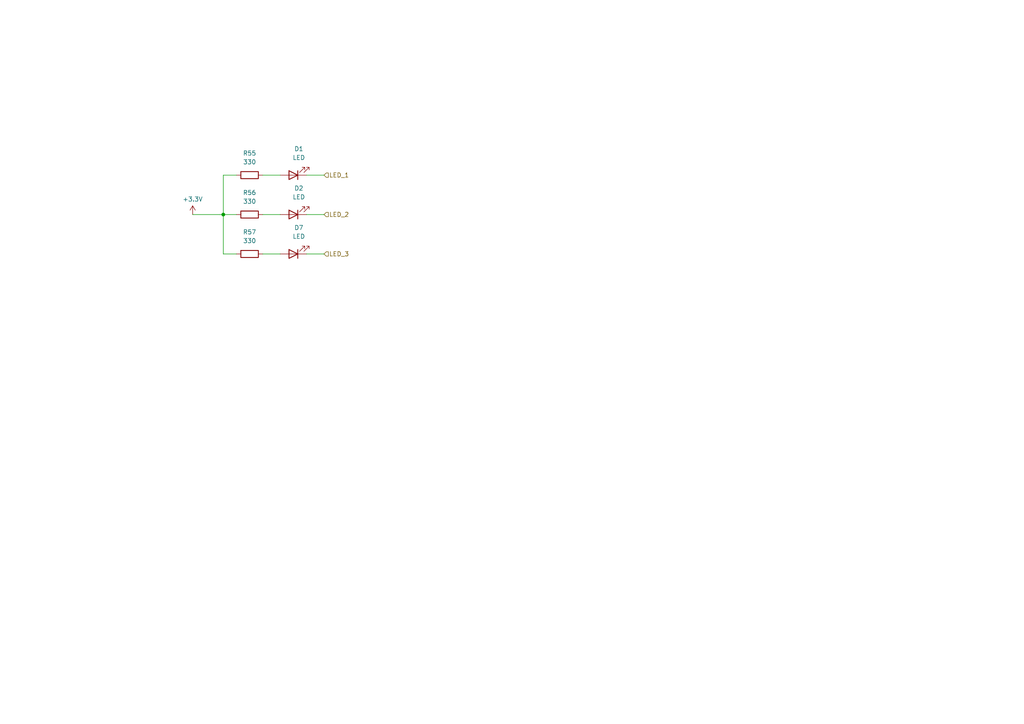
<source format=kicad_sch>
(kicad_sch (version 20230121) (generator eeschema)

  (uuid 1a17da67-3ca7-4ab9-81eb-2c32fb086184)

  (paper "A4")

  (lib_symbols
    (symbol "Device:LED" (pin_numbers hide) (pin_names (offset 1.016) hide) (in_bom yes) (on_board yes)
      (property "Reference" "D" (at 0 2.54 0)
        (effects (font (size 1.27 1.27)))
      )
      (property "Value" "LED" (at 0 -2.54 0)
        (effects (font (size 1.27 1.27)))
      )
      (property "Footprint" "" (at 0 0 0)
        (effects (font (size 1.27 1.27)) hide)
      )
      (property "Datasheet" "~" (at 0 0 0)
        (effects (font (size 1.27 1.27)) hide)
      )
      (property "ki_keywords" "LED diode" (at 0 0 0)
        (effects (font (size 1.27 1.27)) hide)
      )
      (property "ki_description" "Light emitting diode" (at 0 0 0)
        (effects (font (size 1.27 1.27)) hide)
      )
      (property "ki_fp_filters" "LED* LED_SMD:* LED_THT:*" (at 0 0 0)
        (effects (font (size 1.27 1.27)) hide)
      )
      (symbol "LED_0_1"
        (polyline
          (pts
            (xy -1.27 -1.27)
            (xy -1.27 1.27)
          )
          (stroke (width 0.254) (type default))
          (fill (type none))
        )
        (polyline
          (pts
            (xy -1.27 0)
            (xy 1.27 0)
          )
          (stroke (width 0) (type default))
          (fill (type none))
        )
        (polyline
          (pts
            (xy 1.27 -1.27)
            (xy 1.27 1.27)
            (xy -1.27 0)
            (xy 1.27 -1.27)
          )
          (stroke (width 0.254) (type default))
          (fill (type none))
        )
        (polyline
          (pts
            (xy -3.048 -0.762)
            (xy -4.572 -2.286)
            (xy -3.81 -2.286)
            (xy -4.572 -2.286)
            (xy -4.572 -1.524)
          )
          (stroke (width 0) (type default))
          (fill (type none))
        )
        (polyline
          (pts
            (xy -1.778 -0.762)
            (xy -3.302 -2.286)
            (xy -2.54 -2.286)
            (xy -3.302 -2.286)
            (xy -3.302 -1.524)
          )
          (stroke (width 0) (type default))
          (fill (type none))
        )
      )
      (symbol "LED_1_1"
        (pin passive line (at -3.81 0 0) (length 2.54)
          (name "K" (effects (font (size 1.27 1.27))))
          (number "1" (effects (font (size 1.27 1.27))))
        )
        (pin passive line (at 3.81 0 180) (length 2.54)
          (name "A" (effects (font (size 1.27 1.27))))
          (number "2" (effects (font (size 1.27 1.27))))
        )
      )
    )
    (symbol "Device:R" (pin_numbers hide) (pin_names (offset 0)) (in_bom yes) (on_board yes)
      (property "Reference" "R" (at 2.032 0 90)
        (effects (font (size 1.27 1.27)))
      )
      (property "Value" "R" (at 0 0 90)
        (effects (font (size 1.27 1.27)))
      )
      (property "Footprint" "" (at -1.778 0 90)
        (effects (font (size 1.27 1.27)) hide)
      )
      (property "Datasheet" "~" (at 0 0 0)
        (effects (font (size 1.27 1.27)) hide)
      )
      (property "ki_keywords" "R res resistor" (at 0 0 0)
        (effects (font (size 1.27 1.27)) hide)
      )
      (property "ki_description" "Resistor" (at 0 0 0)
        (effects (font (size 1.27 1.27)) hide)
      )
      (property "ki_fp_filters" "R_*" (at 0 0 0)
        (effects (font (size 1.27 1.27)) hide)
      )
      (symbol "R_0_1"
        (rectangle (start -1.016 -2.54) (end 1.016 2.54)
          (stroke (width 0.254) (type default))
          (fill (type none))
        )
      )
      (symbol "R_1_1"
        (pin passive line (at 0 3.81 270) (length 1.27)
          (name "~" (effects (font (size 1.27 1.27))))
          (number "1" (effects (font (size 1.27 1.27))))
        )
        (pin passive line (at 0 -3.81 90) (length 1.27)
          (name "~" (effects (font (size 1.27 1.27))))
          (number "2" (effects (font (size 1.27 1.27))))
        )
      )
    )
    (symbol "power:+3.3V" (power) (pin_names (offset 0)) (in_bom yes) (on_board yes)
      (property "Reference" "#PWR" (at 0 -3.81 0)
        (effects (font (size 1.27 1.27)) hide)
      )
      (property "Value" "+3.3V" (at 0 3.556 0)
        (effects (font (size 1.27 1.27)))
      )
      (property "Footprint" "" (at 0 0 0)
        (effects (font (size 1.27 1.27)) hide)
      )
      (property "Datasheet" "" (at 0 0 0)
        (effects (font (size 1.27 1.27)) hide)
      )
      (property "ki_keywords" "global power" (at 0 0 0)
        (effects (font (size 1.27 1.27)) hide)
      )
      (property "ki_description" "Power symbol creates a global label with name \"+3.3V\"" (at 0 0 0)
        (effects (font (size 1.27 1.27)) hide)
      )
      (symbol "+3.3V_0_1"
        (polyline
          (pts
            (xy -0.762 1.27)
            (xy 0 2.54)
          )
          (stroke (width 0) (type default))
          (fill (type none))
        )
        (polyline
          (pts
            (xy 0 0)
            (xy 0 2.54)
          )
          (stroke (width 0) (type default))
          (fill (type none))
        )
        (polyline
          (pts
            (xy 0 2.54)
            (xy 0.762 1.27)
          )
          (stroke (width 0) (type default))
          (fill (type none))
        )
      )
      (symbol "+3.3V_1_1"
        (pin power_in line (at 0 0 90) (length 0) hide
          (name "+3.3V" (effects (font (size 1.27 1.27))))
          (number "1" (effects (font (size 1.27 1.27))))
        )
      )
    )
  )

  (junction (at 64.77 62.23) (diameter 0) (color 0 0 0 0)
    (uuid c2d8dc21-4f94-4378-a719-10ee88916b2e)
  )

  (wire (pts (xy 64.77 62.23) (xy 64.77 73.66))
    (stroke (width 0) (type default))
    (uuid 14e51168-9b03-4500-a981-b7d10d808781)
  )
  (wire (pts (xy 64.77 50.8) (xy 68.58 50.8))
    (stroke (width 0) (type default))
    (uuid 2bc12537-10ac-4673-ad8a-94772112f284)
  )
  (wire (pts (xy 88.9 50.8) (xy 93.98 50.8))
    (stroke (width 0) (type default))
    (uuid 6e45dad1-79fa-4acc-9b0a-33750a41c959)
  )
  (wire (pts (xy 76.2 50.8) (xy 81.28 50.8))
    (stroke (width 0) (type default))
    (uuid 78b6a663-c1c8-464f-9f2f-fd53da92385c)
  )
  (wire (pts (xy 64.77 73.66) (xy 68.58 73.66))
    (stroke (width 0) (type default))
    (uuid 8297d963-6afb-4328-8b90-c93eb75ec276)
  )
  (wire (pts (xy 76.2 73.66) (xy 81.28 73.66))
    (stroke (width 0) (type default))
    (uuid a248950e-729d-4401-905b-10f8d210708b)
  )
  (wire (pts (xy 88.9 73.66) (xy 93.98 73.66))
    (stroke (width 0) (type default))
    (uuid a2bfbb6e-9adf-40ac-8eb8-57e94d66872f)
  )
  (wire (pts (xy 64.77 50.8) (xy 64.77 62.23))
    (stroke (width 0) (type default))
    (uuid af085849-de0b-465c-91ed-4544665a251c)
  )
  (wire (pts (xy 88.9 62.23) (xy 93.98 62.23))
    (stroke (width 0) (type default))
    (uuid afbe96b6-a9d2-4301-885a-e7a86c770cf1)
  )
  (wire (pts (xy 64.77 62.23) (xy 68.58 62.23))
    (stroke (width 0) (type default))
    (uuid b1b07506-ac79-4f49-b605-9d2b2f2abe4a)
  )
  (wire (pts (xy 55.88 62.23) (xy 64.77 62.23))
    (stroke (width 0) (type default))
    (uuid e25eeb96-83a1-46ef-94a3-1d0a258f0825)
  )
  (wire (pts (xy 76.2 62.23) (xy 81.28 62.23))
    (stroke (width 0) (type default))
    (uuid f56b3d45-91fc-4e2c-8eea-dea6cbe21133)
  )

  (hierarchical_label "LED_1" (shape input) (at 93.98 50.8 0) (fields_autoplaced)
    (effects (font (size 1.27 1.27)) (justify left))
    (uuid 9241fec8-0fab-4b5f-a22a-ab330639e505)
  )
  (hierarchical_label "LED_3" (shape input) (at 93.98 73.66 0) (fields_autoplaced)
    (effects (font (size 1.27 1.27)) (justify left))
    (uuid b3f65dd7-bb4b-42bf-bb7f-6c6c25e3d87c)
  )
  (hierarchical_label "LED_2" (shape input) (at 93.98 62.23 0) (fields_autoplaced)
    (effects (font (size 1.27 1.27)) (justify left))
    (uuid f7fae7d8-5025-4a59-adf5-c5d1fa01cdac)
  )

  (symbol (lib_id "Device:R") (at 72.39 62.23 90) (unit 1)
    (in_bom yes) (on_board yes) (dnp no) (fields_autoplaced)
    (uuid 00ab6913-cac0-4112-845a-1266b37dd4a2)
    (property "Reference" "R2" (at 72.39 55.88 90)
      (effects (font (size 1.27 1.27)))
    )
    (property "Value" "330" (at 72.39 58.42 90)
      (effects (font (size 1.27 1.27)))
    )
    (property "Footprint" "Resistor_SMD:R_0603_1608Metric" (at 72.39 64.008 90)
      (effects (font (size 1.27 1.27)) hide)
    )
    (property "Datasheet" "~" (at 72.39 62.23 0)
      (effects (font (size 1.27 1.27)) hide)
    )
    (pin "1" (uuid 49c00fc5-7def-4720-831c-75373547ab2e))
    (pin "2" (uuid 10b70137-a981-4c81-8bcf-54ccc9ea1797))
    (instances
      (project "PDM_1"
        (path "/b652b05a-4e3d-4ad1-b032-18886abe7d45/b3299d80-03fc-413a-b104-a9631a5f6c51"
          (reference "R56") (unit 1)
        )
      )
    )
  )

  (symbol (lib_id "Device:R") (at 72.39 50.8 90) (unit 1)
    (in_bom yes) (on_board yes) (dnp no) (fields_autoplaced)
    (uuid 05090152-7e10-456f-b6da-c6739cf7ab13)
    (property "Reference" "R1" (at 72.39 44.45 90)
      (effects (font (size 1.27 1.27)))
    )
    (property "Value" "330" (at 72.39 46.99 90)
      (effects (font (size 1.27 1.27)))
    )
    (property "Footprint" "Resistor_SMD:R_0603_1608Metric" (at 72.39 52.578 90)
      (effects (font (size 1.27 1.27)) hide)
    )
    (property "Datasheet" "~" (at 72.39 50.8 0)
      (effects (font (size 1.27 1.27)) hide)
    )
    (pin "1" (uuid 77e21c32-1469-4f95-aa6d-b393b04782cb))
    (pin "2" (uuid 1e8814b6-0ad2-48bd-b800-d5a2534cead8))
    (instances
      (project "PDM_1"
        (path "/b652b05a-4e3d-4ad1-b032-18886abe7d45/b3299d80-03fc-413a-b104-a9631a5f6c51"
          (reference "R55") (unit 1)
        )
      )
    )
  )

  (symbol (lib_id "Device:LED") (at 85.09 73.66 180) (unit 1)
    (in_bom yes) (on_board yes) (dnp no) (fields_autoplaced)
    (uuid 18c32ef3-bb2e-4f99-bafc-08978324c985)
    (property "Reference" "D7" (at 86.6775 66.04 0)
      (effects (font (size 1.27 1.27)))
    )
    (property "Value" "LED" (at 86.6775 68.58 0)
      (effects (font (size 1.27 1.27)))
    )
    (property "Footprint" "LED_SMD:LED_0603_1608Metric" (at 85.09 73.66 0)
      (effects (font (size 1.27 1.27)) hide)
    )
    (property "Datasheet" "~" (at 85.09 73.66 0)
      (effects (font (size 1.27 1.27)) hide)
    )
    (pin "1" (uuid 94daa52d-c065-4a3b-89ae-067d1aaa0d12))
    (pin "2" (uuid c24dca0c-23a6-470c-b6d2-3b51240e7df0))
    (instances
      (project "PDM_1"
        (path "/b652b05a-4e3d-4ad1-b032-18886abe7d45/b3299d80-03fc-413a-b104-a9631a5f6c51"
          (reference "D7") (unit 1)
        )
      )
    )
  )

  (symbol (lib_id "Device:LED") (at 85.09 50.8 180) (unit 1)
    (in_bom yes) (on_board yes) (dnp no) (fields_autoplaced)
    (uuid 8c3b648d-7f61-41d2-a5cf-71fa147f8d04)
    (property "Reference" "D5" (at 86.6775 43.18 0)
      (effects (font (size 1.27 1.27)))
    )
    (property "Value" "LED" (at 86.6775 45.72 0)
      (effects (font (size 1.27 1.27)))
    )
    (property "Footprint" "LED_SMD:LED_0603_1608Metric" (at 85.09 50.8 0)
      (effects (font (size 1.27 1.27)) hide)
    )
    (property "Datasheet" "~" (at 85.09 50.8 0)
      (effects (font (size 1.27 1.27)) hide)
    )
    (pin "1" (uuid b94f18f7-15b1-43fb-ae70-0efc7e0e4cb8))
    (pin "2" (uuid ddd0d79c-a797-4846-b16c-61615b29eb0b))
    (instances
      (project "PDM_1"
        (path "/b652b05a-4e3d-4ad1-b032-18886abe7d45/b3299d80-03fc-413a-b104-a9631a5f6c51"
          (reference "D1") (unit 1)
        )
      )
    )
  )

  (symbol (lib_id "power:+3.3V") (at 55.88 62.23 0) (unit 1)
    (in_bom yes) (on_board yes) (dnp no) (fields_autoplaced)
    (uuid 8d2b4926-0cf5-421b-b12c-f1cf69684f80)
    (property "Reference" "#PWR012" (at 55.88 66.04 0)
      (effects (font (size 1.27 1.27)) hide)
    )
    (property "Value" "+3.3V" (at 55.88 57.785 0)
      (effects (font (size 1.27 1.27)))
    )
    (property "Footprint" "" (at 55.88 62.23 0)
      (effects (font (size 1.27 1.27)) hide)
    )
    (property "Datasheet" "" (at 55.88 62.23 0)
      (effects (font (size 1.27 1.27)) hide)
    )
    (pin "1" (uuid 3632f7c6-2d6f-4968-a9d6-283e555afcee))
    (instances
      (project "PDM_1"
        (path "/b652b05a-4e3d-4ad1-b032-18886abe7d45/b3299d80-03fc-413a-b104-a9631a5f6c51"
          (reference "#PWR051") (unit 1)
        )
      )
    )
  )

  (symbol (lib_id "Device:LED") (at 85.09 62.23 180) (unit 1)
    (in_bom yes) (on_board yes) (dnp no) (fields_autoplaced)
    (uuid be9850df-22b2-44c3-97e9-93b1a7cc2123)
    (property "Reference" "D6" (at 86.6775 54.61 0)
      (effects (font (size 1.27 1.27)))
    )
    (property "Value" "LED" (at 86.6775 57.15 0)
      (effects (font (size 1.27 1.27)))
    )
    (property "Footprint" "LED_SMD:LED_0603_1608Metric" (at 85.09 62.23 0)
      (effects (font (size 1.27 1.27)) hide)
    )
    (property "Datasheet" "~" (at 85.09 62.23 0)
      (effects (font (size 1.27 1.27)) hide)
    )
    (pin "1" (uuid 5fbc3fc0-e204-4a3e-9310-efe03e9aa0bf))
    (pin "2" (uuid c88ca560-aa02-468d-8fc6-f7f90ea67567))
    (instances
      (project "PDM_1"
        (path "/b652b05a-4e3d-4ad1-b032-18886abe7d45/b3299d80-03fc-413a-b104-a9631a5f6c51"
          (reference "D2") (unit 1)
        )
      )
    )
  )

  (symbol (lib_id "Device:R") (at 72.39 73.66 90) (unit 1)
    (in_bom yes) (on_board yes) (dnp no) (fields_autoplaced)
    (uuid db8c3ceb-8fb0-42d8-9e09-530c0674b63e)
    (property "Reference" "R3" (at 72.39 67.31 90)
      (effects (font (size 1.27 1.27)))
    )
    (property "Value" "330" (at 72.39 69.85 90)
      (effects (font (size 1.27 1.27)))
    )
    (property "Footprint" "Resistor_SMD:R_0603_1608Metric" (at 72.39 75.438 90)
      (effects (font (size 1.27 1.27)) hide)
    )
    (property "Datasheet" "~" (at 72.39 73.66 0)
      (effects (font (size 1.27 1.27)) hide)
    )
    (pin "1" (uuid 58371091-d84f-4840-95d9-cf86cfcf0d89))
    (pin "2" (uuid b650d1cc-b782-418e-af23-8ed768c10b51))
    (instances
      (project "PDM_1"
        (path "/b652b05a-4e3d-4ad1-b032-18886abe7d45/b3299d80-03fc-413a-b104-a9631a5f6c51"
          (reference "R57") (unit 1)
        )
      )
    )
  )
)

</source>
